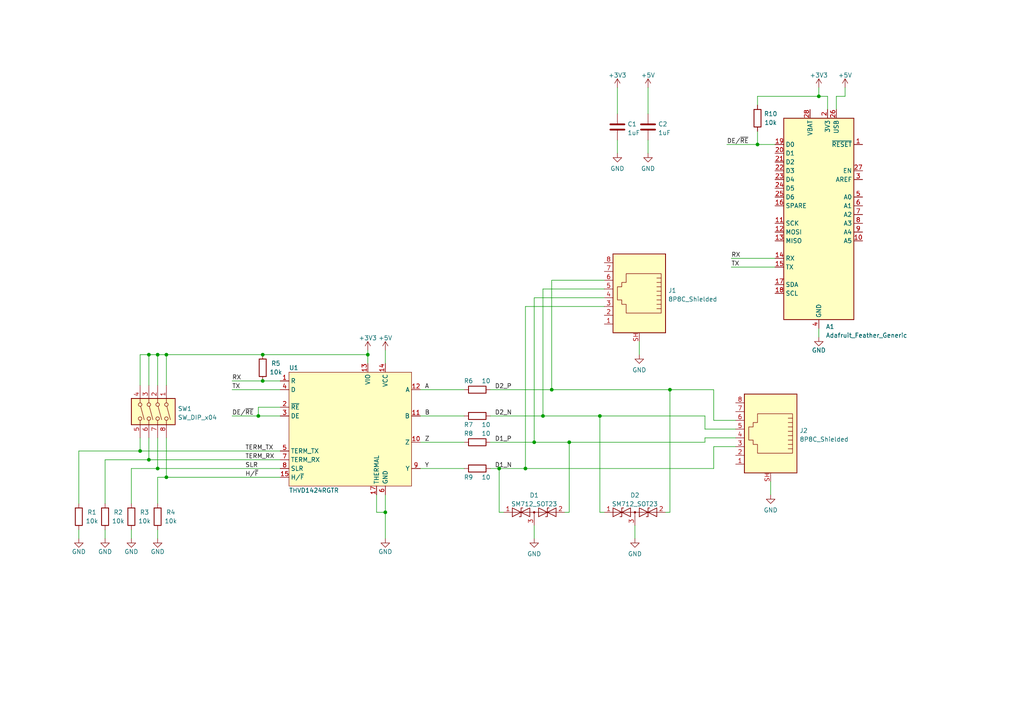
<source format=kicad_sch>
(kicad_sch (version 20211123) (generator eeschema)
  (paper "A4")
  (title_block (title "RS485 Featherwing") (date "2023-04-06") (rev "1") (company "SDP Team 30") (comment 1 "by Luke LaCasse") (comment 2 "Sponsored by UMass Amherst M5 Makerspace"))
  (lib_symbols
    (symbol "Connector:8P8C_Shielded" (pin_names (offset 1.016))
      (property "Reference" "J" (at -5.08 13.97 0))
      (property "Value" "8P8C_Shielded" (at 2.54 13.97 0))
      (symbol "8P8C_Shielded_0_1"
        (polyline (pts (xy -5.08 4.445) (xy -6.35 4.445)))
        (polyline (pts (xy -5.08 5.715) (xy -6.35 5.715)))
        (polyline (pts (xy -6.35 -3.175) (xy -5.08 -3.175) (xy -5.08 -3.175)))
        (polyline (pts (xy -6.35 -1.905) (xy -5.08 -1.905) (xy -5.08 -1.905)))
        (polyline (pts (xy -6.35 -0.635) (xy -5.08 -0.635) (xy -5.08 -0.635)))
        (polyline (pts (xy -6.35 0.635) (xy -5.08 0.635) (xy -5.08 0.635)))
        (polyline (pts (xy -6.35 1.905) (xy -5.08 1.905) (xy -5.08 1.905)))
        (polyline (pts (xy -5.08 3.175) (xy -6.35 3.175) (xy -6.35 3.175)))
        (polyline (pts (xy -6.35 -4.445) (xy -6.35 6.985) (xy 3.81 6.985) (xy 3.81 4.445) (xy 5.08 4.445) (xy 5.08 3.175) (xy 6.35 3.175) (xy 6.35 -0.635) (xy 5.08 -0.635) (xy 5.08 -1.905) (xy 3.81 -1.905) (xy 3.81 -4.445) (xy -6.35 -4.445) (xy -6.35 -4.445)))
        (rectangle (start 7.62 12.7) (end -7.62 -10.16) (stroke (width 0.254)) (fill (type background)))
      )
      (symbol "8P8C_Shielded_1_1"
        (pin passive line (at 10.16 -7.62 180) (length 2.54) (name "~") (number "1"))
        (pin passive line (at 10.16 -5.08 180) (length 2.54) (name "~") (number "2"))
        (pin passive line (at 10.16 -2.54 180) (length 2.54) (name "~") (number "3"))
        (pin passive line (at 10.16 0 180) (length 2.54) (name "~") (number "4"))
        (pin passive line (at 10.16 2.54 180) (length 2.54) (name "~") (number "5"))
        (pin passive line (at 10.16 5.08 180) (length 2.54) (name "~") (number "6"))
        (pin passive line (at 10.16 7.62 180) (length 2.54) (name "~") (number "7"))
        (pin passive line (at 10.16 10.16 180) (length 2.54) (name "~") (number "8"))
        (pin passive line (at 0 -12.7 90) (length 2.54) (name "~") (number "SH"))
      )
    )
    (symbol "Device:C" (pin_numbers hide) (pin_names (offset 0.254))
      (property "Reference" "C" (at 0.635 2.54 0))
      (property "Value" "C" (at 0.635 -2.54 0))
      (symbol "C_0_1"
        (polyline (pts (xy -2.032 -0.762) (xy 2.032 -0.762)) (stroke (width 0.508)))
        (polyline (pts (xy -2.032 0.762) (xy 2.032 0.762)) (stroke (width 0.508)))
      )
      (symbol "C_1_1"
        (pin passive line (at 0 3.81 270) (length 2.794) (name "~") (number "1"))
        (pin passive line (at 0 -3.81 90) (length 2.794) (name "~") (number "2"))
      )
    )
    (symbol "Device:R" (pin_numbers hide) (pin_names (offset 0))
      (property "Reference" "R" (at 2.032 0 90))
      (property "Value" "R" (at 0 0 90))
      (symbol "R_0_1"
        (rectangle (start -1.016 -2.54) (end 1.016 2.54) (stroke (width 0.254)))
      )
      (symbol "R_1_1"
        (pin passive line (at 0 3.81 270) (length 1.27) (name "~") (number "1"))
        (pin passive line (at 0 -3.81 90) (length 1.27) (name "~") (number "2"))
      )
    )
    (symbol "Diode:SM712_SOT23" (pin_names (offset 1.016) hide)
      (property "Reference" "D" (at 0 4.445 0))
      (property "Value" "SM712_SOT23" (at 0 2.54 0))
      (symbol "SM712_SOT23_0_0"
        (polyline (pts (xy 0 -1.27) (xy 0 0)))
      )
      (symbol "SM712_SOT23_0_1"
        (polyline (pts (xy -6.35 0) (xy 6.35 0)))
        (polyline (pts (xy -3.302 1.27) (xy -3.81 1.27) (xy -3.81 -1.27) (xy -4.318 -1.27)) (stroke (width 0.2032)))
        (polyline (pts (xy 4.318 1.27) (xy 3.81 1.27) (xy 3.81 -1.27) (xy 3.302 -1.27)) (stroke (width 0.2032)))
        (polyline (pts (xy -6.35 -1.27) (xy -1.27 1.27) (xy -1.27 -1.27) (xy -6.35 1.27) (xy -6.35 -1.27)) (stroke (width 0.2032)))
        (polyline (pts (xy 1.27 -1.27) (xy 1.27 1.27) (xy 6.35 -1.27) (xy 6.35 1.27) (xy 1.27 -1.27)) (stroke (width 0.2032)))
        (circle (center 0 0) (radius 0.254) (fill (type outline)))
      )
      (symbol "SM712_SOT23_1_1"
        (pin passive line (at -8.89 0 0) (length 2.54) (name "A1") (number "1"))
        (pin passive line (at 8.89 0 180) (length 2.54) (name "A2") (number "2"))
        (pin input line (at 0 -3.81 90) (length 2.54) (name "common") (number "3"))
      )
    )
    (symbol "MCU_Module:Adafruit_Feather_Generic"
      (property "Reference" "A" (at -10.16 29.21 0))
      (property "Value" "Adafruit_Feather_Generic" (at 2.54 -31.75 0))
      (symbol "Adafruit_Feather_Generic_0_1"
        (rectangle (start -10.16 27.94) (end 10.16 -30.48) (stroke (width 0.254)) (fill (type background)))
      )
      (symbol "Adafruit_Feather_Generic_1_1"
        (pin input line (at 12.7 20.32 180) (length 2.54) (name "~{RESET}") (number "1"))
        (pin bidirectional line (at 12.7 -7.62 180) (length 2.54) (name "A5") (number "10"))
        (pin bidirectional line (at -12.7 -2.54 0) (length 2.54) (name "SCK") (number "11"))
        (pin bidirectional line (at -12.7 -5.08 0) (length 2.54) (name "MOSI") (number "12"))
        (pin bidirectional line (at -12.7 -7.62 0) (length 2.54) (name "MISO") (number "13"))
        (pin bidirectional line (at -12.7 -12.7 0) (length 2.54) (name "RX") (number "14"))
        (pin bidirectional line (at -12.7 -15.24 0) (length 2.54) (name "TX") (number "15"))
        (pin bidirectional line (at -12.7 2.54 0) (length 2.54) (name "SPARE") (number "16"))
        (pin bidirectional line (at -12.7 -20.32 0) (length 2.54) (name "SDA") (number "17"))
        (pin bidirectional line (at -12.7 -22.86 0) (length 2.54) (name "SCL") (number "18"))
        (pin bidirectional line (at -12.7 20.32 0) (length 2.54) (name "D0") (number "19"))
        (pin power_in line (at 2.54 30.48 270) (length 2.54) (name "3V3") (number "2"))
        (pin bidirectional line (at -12.7 17.78 0) (length 2.54) (name "D1") (number "20"))
        (pin bidirectional line (at -12.7 15.24 0) (length 2.54) (name "D2") (number "21"))
        (pin bidirectional line (at -12.7 12.7 0) (length 2.54) (name "D3") (number "22"))
        (pin bidirectional line (at -12.7 10.16 0) (length 2.54) (name "D4") (number "23"))
        (pin bidirectional line (at -12.7 7.62 0) (length 2.54) (name "D5") (number "24"))
        (pin bidirectional line (at -12.7 5.08 0) (length 2.54) (name "D6") (number "25"))
        (pin power_in line (at 5.08 30.48 270) (length 2.54) (name "USB") (number "26"))
        (pin input line (at 12.7 12.7 180) (length 2.54) (name "EN") (number "27"))
        (pin power_in line (at -2.54 30.48 270) (length 2.54) (name "VBAT") (number "28"))
        (pin input line (at 12.7 10.16 180) (length 2.54) (name "AREF") (number "3"))
        (pin power_in line (at 0 -33.02 90) (length 2.54) (name "GND") (number "4"))
        (pin bidirectional line (at 12.7 5.08 180) (length 2.54) (name "A0") (number "5"))
        (pin bidirectional line (at 12.7 2.54 180) (length 2.54) (name "A1") (number "6"))
        (pin bidirectional line (at 12.7 0 180) (length 2.54) (name "A2") (number "7"))
        (pin bidirectional line (at 12.7 -2.54 180) (length 2.54) (name "A3") (number "8"))
        (pin bidirectional line (at 12.7 -5.08 180) (length 2.54) (name "A4") (number "9"))
      )
    )
    (symbol "Switch:SW_DIP_x04" (pin_names (offset 0) hide)
      (property "Reference" "SW" (at 0 8.89 0))
      (property "Value" "SW_DIP_x04" (at 0 -6.35 0))
      (symbol "SW_DIP_x04_0_0"
        (circle (center -2.032 -2.54) (radius 0.508))
        (circle (center -2.032 0) (radius 0.508))
        (circle (center -2.032 2.54) (radius 0.508))
        (circle (center -2.032 5.08) (radius 0.508))
        (polyline (pts (xy -1.524 -2.3876) (xy 2.3622 -1.3462)))
        (polyline (pts (xy -1.524 0.127) (xy 2.3622 1.1684)))
        (polyline (pts (xy -1.524 2.667) (xy 2.3622 3.7084)))
        (polyline (pts (xy -1.524 5.207) (xy 2.3622 6.2484)))
        (circle (center 2.032 -2.54) (radius 0.508))
        (circle (center 2.032 0) (radius 0.508))
        (circle (center 2.032 2.54) (radius 0.508))
        (circle (center 2.032 5.08) (radius 0.508))
      )
      (symbol "SW_DIP_x04_0_1"
        (rectangle (start -3.81 7.62) (end 3.81 -5.08) (stroke (width 0.254)) (fill (type background)))
      )
      (symbol "SW_DIP_x04_1_1"
        (pin passive line (at -7.62 5.08 0) (length 5.08) (name "~") (number "1"))
        (pin passive line (at -7.62 2.54 0) (length 5.08) (name "~") (number "2"))
        (pin passive line (at -7.62 0 0) (length 5.08) (name "~") (number "3"))
        (pin passive line (at -7.62 -2.54 0) (length 5.08) (name "~") (number "4"))
        (pin passive line (at 7.62 -2.54 180) (length 5.08) (name "~") (number "5"))
        (pin passive line (at 7.62 0 180) (length 5.08) (name "~") (number "6"))
        (pin passive line (at 7.62 2.54 180) (length 5.08) (name "~") (number "7"))
        (pin passive line (at 7.62 5.08 180) (length 5.08) (name "~") (number "8"))
      )
    )
    (symbol "m5_rs485_featherwing:THVD1424RGTR"
      (property "Reference" "U" (at -17.78 17.78 0))
      (property "Value" "THVD1424RGTR" (at -10.16 -20.32 0))
      (symbol "THVD1424RGTR_0_1"
        (polyline (pts (xy -17.78 15.24) (xy 17.78 15.24) (xy 17.78 -17.78) (xy -17.78 -17.78) (xy -17.78 15.24)) (stroke (width 0.1524)) (fill (type background)))
      )
      (symbol "THVD1424RGTR_1_1"
        (pin output line (at -20.32 12.7 0) (length 2.54) (name "R") (number "1"))
        (pin bidirectional line (at 20.32 -5.08 180) (length 2.54) (name "Z") (number "10"))
        (pin input line (at 20.32 2.54 180) (length 2.54) (name "B") (number "11"))
        (pin input line (at 20.32 10.16 180) (length 2.54) (name "A") (number "12"))
        (pin power_in line (at 5.08 17.78 270) (length 2.54) (name "VIO") (number "13"))
        (pin power_in line (at 10.16 17.78 270) (length 2.54) (name "VCC") (number "14"))
        (pin input line (at -20.32 -15.24 0) (length 2.54) (name "H/~{F}") (number "15"))
        (pin no_connect line (at 5.08 -20.32 90) (length 2.54) hide (name "NC") (number "16"))
        (pin passive line (at 7.62 -20.32 90) (length 2.54) (name "THERMAL") (number "17"))
        (pin input line (at -20.32 5.08 0) (length 2.54) (name "~{RE}") (number "2"))
        (pin input line (at -20.32 2.54 0) (length 2.54) (name "DE") (number "3"))
        (pin input line (at -20.32 10.16 0) (length 2.54) (name "D") (number "4"))
        (pin input line (at -20.32 -7.62 0) (length 2.54) (name "TERM_TX") (number "5"))
        (pin power_in line (at 10.16 -20.32 90) (length 2.54) (name "GND") (number "6"))
        (pin input line (at -20.32 -10.16 0) (length 2.54) (name "TERM_RX") (number "7"))
        (pin input line (at -20.32 -12.7 0) (length 2.54) (name "SLR") (number "8"))
        (pin bidirectional line (at 20.32 -12.7 180) (length 2.54) (name "Y") (number "9"))
      )
    )
    (symbol "power:+3V3" (power) (pin_names (offset 0))
      (property "Value" "+3V3" (at 0 3.556 0))
      (symbol "+3V3_0_1"
        (polyline (pts (xy -0.762 1.27) (xy 0 2.54)))
        (polyline (pts (xy 0 0) (xy 0 2.54)))
        (polyline (pts (xy 0 2.54) (xy 0.762 1.27)))
      )
      (symbol "+3V3_1_1"
        (pin power_in line (at 0 0 90) (length 0) hide (name "+3V3") (number "1"))
      )
    )
    (symbol "power:+5V" (power) (pin_names (offset 0))
      (property "Value" "+5V" (at 0 3.556 0))
      (symbol "+5V_0_1"
        (polyline (pts (xy -0.762 1.27) (xy 0 2.54)))
        (polyline (pts (xy 0 0) (xy 0 2.54)))
        (polyline (pts (xy 0 2.54) (xy 0.762 1.27)))
      )
      (symbol "+5V_1_1"
        (pin power_in line (at 0 0 90) (length 0) hide (name "+5V") (number "1"))
      )
    )
    (symbol "power:GND" (power) (pin_names (offset 0))
      (property "Value" "GND" (at 0 -3.81 0))
      (symbol "GND_0_1"
        (polyline (pts (xy 0 0) (xy 0 -1.27) (xy 1.27 -1.27) (xy 0 -2.54) (xy -1.27 -1.27) (xy 0 -1.27)))
      )
      (symbol "GND_1_1"
        (pin power_in line (at 0 0 270) (length 0) hide (name "GND") (number "1"))
      )
    )
  )
  (junction (at 165.1 128.27))
  (junction (at 194.31 113.03))
  (junction (at 219.71 41.91))
  (junction (at 74.93 120.65))
  (junction (at 144.78 135.89))
  (junction (at 48.26 102.87))
  (junction (at 152.4 135.89))
  (junction (at 173.99 120.65))
  (junction (at 76.2 102.87))
  (junction (at 43.18 133.35))
  (junction (at 45.72 135.89))
  (junction (at 157.48 120.65))
  (junction (at 111.76 148.59))
  (junction (at 154.94 128.27))
  (junction (at 40.64 130.81))
  (junction (at 106.68 102.87))
  (junction (at 45.72 102.87))
  (junction (at 76.2 110.49))
  (junction (at 48.26 138.43))
  (junction (at 43.18 102.87))
  (junction (at 237.49 27.94))
  (junction (at 160.02 113.03))
  (wire (pts (xy 142.24 135.89) (xy 144.78 135.89)))
  (wire (pts (xy 67.31 120.65) (xy 74.93 120.65)))
  (wire (pts (xy 67.31 113.03) (xy 81.28 113.03)))
  (wire (pts (xy 204.47 127) (xy 213.36 127)))
  (wire (pts (xy 22.86 130.81) (xy 22.86 146.05)))
  (wire (pts (xy 219.71 38.1) (xy 219.71 41.91)))
  (wire (pts (xy 165.1 128.27) (xy 165.1 148.59)))
  (wire (pts (xy 142.24 128.27) (xy 154.94 128.27)))
  (wire (pts (xy 219.71 30.48) (xy 219.71 27.94)))
  (wire (pts (xy 45.72 156.21) (xy 45.72 153.67)))
  (wire (pts (xy 43.18 133.35) (xy 81.28 133.35)))
  (wire (pts (xy 76.2 110.49) (xy 81.28 110.49)))
  (wire (pts (xy 212.09 77.47) (xy 224.79 77.47)))
  (wire (pts (xy 194.31 113.03) (xy 207.01 113.03)))
  (wire (pts (xy 152.4 135.89) (xy 207.01 135.89)))
  (wire (pts (xy 48.26 102.87) (xy 76.2 102.87)))
  (wire (pts (xy 187.96 40.64) (xy 187.96 44.45)))
  (wire (pts (xy 160.02 113.03) (xy 194.31 113.03)))
  (wire (pts (xy 175.26 148.59) (xy 173.99 148.59)))
  (wire (pts (xy 43.18 111.76) (xy 43.18 102.87)))
  (wire (pts (xy 109.22 148.59) (xy 111.76 148.59)))
  (wire (pts (xy 154.94 86.36) (xy 175.26 86.36)))
  (wire (pts (xy 40.64 130.81) (xy 22.86 130.81)))
  (wire (pts (xy 74.93 118.11) (xy 81.28 118.11)))
  (wire (pts (xy 212.09 74.93) (xy 224.79 74.93)))
  (wire (pts (xy 81.28 130.81) (xy 40.64 130.81)))
  (wire (pts (xy 40.64 102.87) (xy 43.18 102.87)))
  (wire (pts (xy 30.48 153.67) (xy 30.48 156.21)))
  (wire (pts (xy 175.26 81.28) (xy 160.02 81.28)))
  (wire (pts (xy 179.07 25.4) (xy 179.07 33.02)))
  (wire (pts (xy 154.94 128.27) (xy 165.1 128.27)))
  (wire (pts (xy 74.93 120.65) (xy 81.28 120.65)))
  (wire (pts (xy 76.2 102.87) (xy 106.68 102.87)))
  (wire (pts (xy 45.72 111.76) (xy 45.72 102.87)))
  (wire (pts (xy 111.76 148.59) (xy 111.76 156.21)))
  (wire (pts (xy 45.72 127) (xy 45.72 135.89)))
  (wire (pts (xy 207.01 129.54) (xy 213.36 129.54)))
  (wire (pts (xy 242.57 31.75) (xy 242.57 27.94)))
  (wire (pts (xy 40.64 127) (xy 40.64 130.81)))
  (wire (pts (xy 157.48 83.82) (xy 175.26 83.82)))
  (wire (pts (xy 74.93 118.11) (xy 74.93 120.65)))
  (wire (pts (xy 38.1 135.89) (xy 45.72 135.89)))
  (wire (pts (xy 210.82 41.91) (xy 219.71 41.91)))
  (wire (pts (xy 219.71 27.94) (xy 237.49 27.94)))
  (wire (pts (xy 240.03 31.75) (xy 240.03 27.94)))
  (wire (pts (xy 48.26 111.76) (xy 48.26 102.87)))
  (wire (pts (xy 185.42 99.06) (xy 185.42 102.87)))
  (wire (pts (xy 67.31 110.49) (xy 76.2 110.49)))
  (wire (pts (xy 187.96 25.4) (xy 187.96 33.02)))
  (wire (pts (xy 154.94 128.27) (xy 154.94 86.36)))
  (wire (pts (xy 204.47 128.27) (xy 204.47 127)))
  (wire (pts (xy 207.01 135.89) (xy 207.01 129.54)))
  (wire (pts (xy 48.26 138.43) (xy 81.28 138.43)))
  (wire (pts (xy 38.1 153.67) (xy 38.1 156.21)))
  (wire (pts (xy 237.49 25.4) (xy 237.49 27.94)))
  (wire (pts (xy 207.01 121.92) (xy 213.36 121.92)))
  (wire (pts (xy 152.4 88.9) (xy 175.26 88.9)))
  (wire (pts (xy 219.71 41.91) (xy 224.79 41.91)))
  (wire (pts (xy 121.92 113.03) (xy 134.62 113.03)))
  (wire (pts (xy 106.68 101.6) (xy 106.68 102.87)))
  (wire (pts (xy 45.72 146.05) (xy 45.72 138.43)))
  (wire (pts (xy 240.03 27.94) (xy 237.49 27.94)))
  (wire (pts (xy 207.01 113.03) (xy 207.01 121.92)))
  (wire (pts (xy 40.64 111.76) (xy 40.64 102.87)))
  (wire (pts (xy 45.72 138.43) (xy 48.26 138.43)))
  (wire (pts (xy 223.52 139.7) (xy 223.52 143.51)))
  (wire (pts (xy 121.92 135.89) (xy 134.62 135.89)))
  (wire (pts (xy 111.76 143.51) (xy 111.76 148.59)))
  (wire (pts (xy 179.07 40.64) (xy 179.07 44.45)))
  (wire (pts (xy 194.31 113.03) (xy 194.31 148.59)))
  (wire (pts (xy 106.68 102.87) (xy 106.68 105.41)))
  (wire (pts (xy 173.99 120.65) (xy 173.99 148.59)))
  (wire (pts (xy 193.04 148.59) (xy 194.31 148.59)))
  (wire (pts (xy 165.1 128.27) (xy 204.47 128.27)))
  (wire (pts (xy 173.99 120.65) (xy 204.47 120.65)))
  (wire (pts (xy 142.24 113.03) (xy 160.02 113.03)))
  (wire (pts (xy 245.11 27.94) (xy 245.11 25.4)))
  (wire (pts (xy 111.76 101.6) (xy 111.76 105.41)))
  (wire (pts (xy 163.83 148.59) (xy 165.1 148.59)))
  (wire (pts (xy 142.24 120.65) (xy 157.48 120.65)))
  (wire (pts (xy 204.47 124.46) (xy 213.36 124.46)))
  (wire (pts (xy 160.02 81.28) (xy 160.02 113.03)))
  (wire (pts (xy 184.15 152.4) (xy 184.15 156.21)))
  (wire (pts (xy 121.92 128.27) (xy 134.62 128.27)))
  (wire (pts (xy 144.78 135.89) (xy 152.4 135.89)))
  (wire (pts (xy 237.49 95.25) (xy 237.49 97.79)))
  (wire (pts (xy 121.92 120.65) (xy 134.62 120.65)))
  (wire (pts (xy 43.18 127) (xy 43.18 133.35)))
  (wire (pts (xy 22.86 156.21) (xy 22.86 153.67)))
  (wire (pts (xy 38.1 146.05) (xy 38.1 135.89)))
  (wire (pts (xy 45.72 135.89) (xy 81.28 135.89)))
  (wire (pts (xy 43.18 102.87) (xy 45.72 102.87)))
  (wire (pts (xy 157.48 120.65) (xy 157.48 83.82)))
  (wire (pts (xy 109.22 143.51) (xy 109.22 148.59)))
  (wire (pts (xy 144.78 135.89) (xy 144.78 148.59)))
  (wire (pts (xy 204.47 120.65) (xy 204.47 124.46)))
  (wire (pts (xy 152.4 135.89) (xy 152.4 88.9)))
  (wire (pts (xy 45.72 102.87) (xy 48.26 102.87)))
  (wire (pts (xy 154.94 152.4) (xy 154.94 156.21)))
  (wire (pts (xy 144.78 148.59) (xy 146.05 148.59)))
  (wire (pts (xy 242.57 27.94) (xy 245.11 27.94)))
  (wire (pts (xy 30.48 146.05) (xy 30.48 133.35)))
  (wire (pts (xy 30.48 133.35) (xy 43.18 133.35)))
  (wire (pts (xy 157.48 120.65) (xy 173.99 120.65)))
  (wire (pts (xy 48.26 127) (xy 48.26 138.43)))
  (label "TERM_RX" (at 71.12 133.35 0))
  (label "D1_P" (at 143.51 128.27 0))
  (label "H{slash}~{F}" (at 71.12 138.43 0))
  (label "Y" (at 123.19 135.89 0))
  (label "RX" (at 67.31 110.49 0))
  (label "DE{slash}~{RE}" (at 210.82 41.91 0))
  (label "D2_N" (at 143.51 120.65 0))
  (label "D1_N" (at 143.51 135.89 0))
  (label "DE{slash}~{RE}" (at 67.31 120.65 0))
  (label "RX" (at 212.09 74.93 0))
  (label "SLR" (at 71.12 135.89 0))
  (label "TX" (at 212.09 77.47 0))
  (label "TX" (at 67.31 113.03 0))
  (label "B" (at 123.19 120.65 0))
  (label "A" (at 123.19 113.03 0))
  (label "Z" (at 123.19 128.27 0))
  (label "D2_P" (at 143.51 113.03 0))
  (label "TERM_TX" (at 71.12 130.81 0))
  (symbol (lib_id "power:GND") (at 179.07 44.45 0) (unit 1)
    (property "Reference" "#PWR010" (effects hide))
    (property "Value" "GND" (at 179.07 48.8934 0))
  )
  (symbol (lib_id "Device:R") (at 22.86 149.86 0) (unit 1)
    (property "Reference" "R1" (at 26.67 148.59 0))
    (property "Value" "10k" (at 26.67 151.13 0))
    (property "Footprint" "Resistor_SMD:R_0603_1608Metric" (effects hide))
    (property "Datasheet" "https://www.yageo.com/upload/media/product/productsearch/datasheet/rchip/PYu-RC_Group_51_RoHS_L_12.pdf" (effects hide))
  )
  (symbol (lib_id "Device:R") (at 45.72 149.86 0) (unit 1)
    (property "Reference" "R4" (at 49.53 148.59 0))
    (property "Value" "10k" (at 49.53 151.13 0))
    (property "Footprint" "Resistor_SMD:R_0603_1608Metric" (effects hide))
    (property "Datasheet" "https://www.yageo.com/upload/media/product/productsearch/datasheet/rchip/PYu-RC_Group_51_RoHS_L_12.pdf" (effects hide))
  )
  (symbol (lib_id "power:GND") (at 223.52 143.51 0) (unit 1)
    (property "Reference" "#PWR015" (effects hide))
    (property "Value" "GND" (at 223.52 147.9534 0))
  )
  (symbol (lib_id "power:+3V3") (at 106.68 101.6 0) (unit 1)
    (property "Reference" "#PWR05" (effects hide))
    (property "Value" "+3V3" (at 106.68 98.0242 0))
  )
  (symbol (lib_id "power:+5V") (at 187.96 25.4 0) (unit 1)
    (property "Reference" "#PWR013" (effects hide))
    (property "Value" "+5V" (at 187.96 21.8242 0))
  )
  (symbol (lib_id "power:+3V3") (at 179.07 25.4 0) (unit 1)
    (property "Reference" "#PWR09" (effects hide))
    (property "Value" "+3V3" (at 179.07 21.8242 0))
  )
  (symbol (lib_id "MCU_Module:Adafruit_Feather_Generic") (at 237.49 62.23 0) (unit 1)
    (property "Reference" "A1" (at 239.5094 94.7404 0) (effects (justify left)))
    (property "Value" "Adafruit_Feather_Generic" (at 239.5094 97.2773 0) (effects (justify left)))
    (property "Footprint" "Module:Adafruit_Feather" (effects hide))
    (property "Datasheet" "https://cdn-learn.adafruit.com/downloads/pdf/adafruit-feather.pdf" (effects hide))
  )
  (symbol (lib_id "Device:R") (at 138.43 120.65 90) (unit 1)
    (property "Reference" "R7" (at 135.89 123.19 90))
    (property "Value" "10" (at 140.97 123.19 90))
    (property "Footprint" "Resistor_SMD:R_0603_1608Metric" (effects hide))
    (property "Datasheet" "https://industrial.panasonic.com/cdbs/www-data/pdf/RDO0000/AOA0000C331.pdf" (effects hide))
  )
  (symbol (lib_id "power:GND") (at 237.49 97.79 0) (unit 1)
    (property "Reference" "#PWR017" (effects hide))
    (property "Value" "GND" (at 237.49 101.6 0))
  )
  (symbol (lib_id "Device:R") (at 138.43 128.27 90) (unit 1)
    (property "Reference" "R8" (at 135.89 125.73 90))
    (property "Value" "10" (at 140.97 125.73 90))
    (property "Footprint" "Resistor_SMD:R_0603_1608Metric" (effects hide))
    (property "Datasheet" "https://industrial.panasonic.com/cdbs/www-data/pdf/RDO0000/AOA0000C331.pdf" (effects hide))
  )
  (symbol (lib_id "power:GND") (at 38.1 156.21 0) (unit 1)
    (property "Reference" "#PWR03" (effects hide))
    (property "Value" "GND" (at 38.1 160.02 0))
  )
  (symbol (lib_id "Device:C") (at 187.96 36.83 0) (unit 1)
    (property "Reference" "C2" (at 190.881 35.9953 0) (effects (justify left)))
    (property "Value" "1uF" (at 190.881 38.5322 0) (effects (justify left)))
    (property "Footprint" "Resistor_SMD:R_0603_1608Metric" (effects hide))
  )
  (symbol (lib_id "Diode:SM712_SOT23") (at 154.94 148.59 0) (unit 1)
    (property "Reference" "D1" (at 154.94 143.6456 0))
    (property "Value" "SM712_SOT23" (at 154.94 146.1825 0))
    (property "Footprint" "Package_TO_SOT_SMD:SOT-23" (effects hide))
    (property "Datasheet" "https://www.littelfuse.com/~/media/electronics/datasheets/tvs_diode_arrays/littelfuse_tvs_diode_array_sm712_datasheet.pdf.pdf" (effects hide))
  )
  (symbol (lib_id "Connector:8P8C_Shielded") (at 185.42 86.36 0) (mirror y) (unit 1)
    (property "Reference" "J1" (at 193.802 84.2553 0) (effects (justify right)))
    (property "Value" "8P8C_Shielded" (at 193.802 86.7922 0) (effects (justify right)))
    (property "Footprint" "SDP_KICAD_FOOTPRINT:0955406888-MOLEX" (effects hide))
    (property "Datasheet" "https://www.molex.com/pdm_docs/sd/955406888_sd.pdf" (effects hide))
  )
  (symbol (lib_id "m5_rs485_featherwing:THVD1424RGTR") (at 101.6 123.19 0) (unit 1)
    (property "Reference" "U1" (at 83.82 106.68 0) (effects (justify left)))
    (property "Value" "THVD1424RGTR" (at 83.82 142.24 0) (effects (justify left)))
    (property "Footprint" "Package_DFN_QFN:VQFN-16-1EP_3x3mm_P0.5mm_EP1.8x1.8mm_ThermalVias" (effects hide))
    (property "Datasheet" "https://www.ti.com/lit/ds/symlink/thvd1424.pdf" (effects hide))
  )
  (symbol (lib_id "power:GND") (at 184.15 156.21 0) (unit 1)
    (property "Reference" "#PWR011" (effects hide))
    (property "Value" "GND" (at 184.15 160.6534 0))
  )
  (symbol (lib_id "Device:C") (at 179.07 36.83 0) (unit 1)
    (property "Reference" "C1" (at 181.991 35.9953 0) (effects (justify left)))
    (property "Value" "1uF" (at 181.991 38.5322 0) (effects (justify left)))
    (property "Footprint" "Resistor_SMD:R_0603_1608Metric" (effects hide))
  )
  (symbol (lib_id "power:GND") (at 185.42 102.87 0) (unit 1)
    (property "Reference" "#PWR012" (effects hide))
    (property "Value" "GND" (at 185.42 107.3134 0))
  )
  (symbol (lib_id "power:+3V3") (at 237.49 25.4 0) (unit 1)
    (property "Reference" "#PWR016" (effects hide))
    (property "Value" "+3V3" (at 237.49 21.8242 0))
  )
  (symbol (lib_id "power:GND") (at 187.96 44.45 0) (unit 1)
    (property "Reference" "#PWR014" (effects hide))
    (property "Value" "GND" (at 187.96 48.8934 0))
  )
  (symbol (lib_id "Device:R") (at 219.71 34.29 0) (unit 1)
    (property "Reference" "R10" (at 223.52 33.02 0))
    (property "Value" "10k" (at 223.52 35.56 0))
    (property "Footprint" "Resistor_SMD:R_0603_1608Metric" (effects hide))
    (property "Datasheet" "https://www.yageo.com/upload/media/product/productsearch/datasheet/rchip/PYu-RC_Group_51_RoHS_L_12.pdf" (effects hide))
  )
  (symbol (lib_id "power:GND") (at 111.76 156.21 0) (unit 1)
    (property "Reference" "#PWR07" (effects hide))
    (property "Value" "GND" (at 111.76 160.02 0))
  )
  (symbol (lib_id "power:GND") (at 30.48 156.21 0) (unit 1)
    (property "Reference" "#PWR02" (effects hide))
    (property "Value" "GND" (at 30.48 160.02 0))
  )
  (symbol (lib_id "power:+5V") (at 245.11 25.4 0) (unit 1)
    (property "Reference" "#PWR018" (effects hide))
    (property "Value" "+5V" (at 245.11 21.8242 0))
  )
  (symbol (lib_id "power:GND") (at 45.72 156.21 0) (unit 1)
    (property "Reference" "#PWR04" (effects hide))
    (property "Value" "GND" (at 45.72 160.02 0))
  )
  (symbol (lib_id "power:+5V") (at 111.76 101.6 0) (unit 1)
    (property "Reference" "#PWR06" (effects hide))
    (property "Value" "+5V" (at 111.76 98.0242 0))
  )
  (symbol (lib_id "Device:R") (at 76.2 106.68 0) (unit 1)
    (property "Reference" "R5" (at 80.01 105.41 0))
    (property "Value" "10k" (at 80.01 107.95 0))
    (property "Footprint" "Resistor_SMD:R_0603_1608Metric" (effects hide))
    (property "Datasheet" "https://www.yageo.com/upload/media/product/productsearch/datasheet/rchip/PYu-RC_Group_51_RoHS_L_12.pdf" (effects hide))
  )
  (symbol (lib_id "Switch:SW_DIP_x04") (at 43.18 119.38 270) (unit 1)
    (property "Reference" "SW1" (at 51.562 118.5453 90) (effects (justify left)))
    (property "Value" "SW_DIP_x04" (at 51.562 121.0822 90) (effects (justify left)))
    (property "Footprint" "Button_Switch_SMD:SW_DIP_SPSTx04_Slide_6.7x11.72mm_W6.73mm_P2.54mm_LowProfile_JPin" (effects hide))
  )
  (symbol (lib_id "Connector:8P8C_Shielded") (at 223.52 127 0) (mirror y) (unit 1)
    (property "Reference" "J2" (at 231.902 124.8953 0) (effects (justify right)))
    (property "Value" "8P8C_Shielded" (at 231.902 127.4322 0) (effects (justify right)))
    (property "Footprint" "SDP_KICAD_FOOTPRINT:0955406888-MOLEX" (effects hide))
    (property "Datasheet" "https://www.molex.com/pdm_docs/sd/955406888_sd.pdf" (effects hide))
  )
  (symbol (lib_id "Device:R") (at 138.43 113.03 90) (unit 1)
    (property "Reference" "R6" (at 135.89 110.49 90))
    (property "Value" "10" (at 140.97 110.49 90))
    (property "Footprint" "Resistor_SMD:R_0603_1608Metric" (effects hide))
    (property "Datasheet" "https://industrial.panasonic.com/cdbs/www-data/pdf/RDO0000/AOA0000C331.pdf" (effects hide))
  )
  (symbol (lib_id "Device:R") (at 38.1 149.86 0) (unit 1)
    (property "Reference" "R3" (at 41.91 148.59 0))
    (property "Value" "10k" (at 41.91 151.13 0))
    (property "Footprint" "Resistor_SMD:R_0603_1608Metric" (effects hide))
    (property "Datasheet" "https://www.yageo.com/upload/media/product/productsearch/datasheet/rchip/PYu-RC_Group_51_RoHS_L_12.pdf" (effects hide))
  )
  (symbol (lib_id "power:GND") (at 154.94 156.21 0) (unit 1)
    (property "Reference" "#PWR08" (effects hide))
    (property "Value" "GND" (at 154.94 160.6534 0))
  )
  (symbol (lib_id "Device:R") (at 138.43 135.89 90) (unit 1)
    (property "Reference" "R9" (at 135.89 138.43 90))
    (property "Value" "10" (at 140.97 138.43 90))
    (property "Footprint" "Resistor_SMD:R_0603_1608Metric" (effects hide))
    (property "Datasheet" "https://industrial.panasonic.com/cdbs/www-data/pdf/RDO0000/AOA0000C331.pdf" (effects hide))
  )
  (symbol (lib_id "Device:R") (at 30.48 149.86 0) (unit 1)
    (property "Reference" "R2" (at 34.29 148.59 0))
    (property "Value" "10k" (at 34.29 151.13 0))
    (property "Footprint" "Resistor_SMD:R_0603_1608Metric" (effects hide))
    (property "Datasheet" "https://www.yageo.com/upload/media/product/productsearch/datasheet/rchip/PYu-RC_Group_51_RoHS_L_12.pdf" (effects hide))
  )
  (symbol (lib_id "power:GND") (at 22.86 156.21 0) (unit 1)
    (property "Reference" "#PWR01" (effects hide))
    (property "Value" "GND" (at 22.86 160.02 0))
  )
  (symbol (lib_id "Diode:SM712_SOT23") (at 184.15 148.59 0) (unit 1)
    (property "Reference" "D2" (at 184.15 143.6456 0))
    (property "Value" "SM712_SOT23" (at 184.15 146.1825 0))
    (property "Footprint" "Package_TO_SOT_SMD:SOT-23" (effects hide))
    (property "Datasheet" "https://www.littelfuse.com/~/media/electronics/datasheets/tvs_diode_arrays/littelfuse_tvs_diode_array_sm712_datasheet.pdf.pdf" (effects hide))
  )
)
</source>
